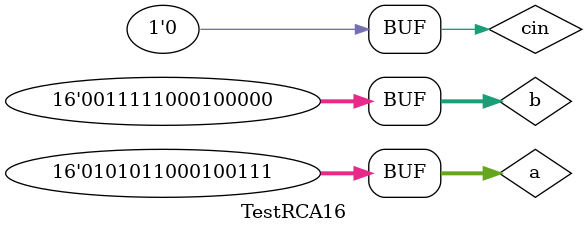
<source format=v>
/*------------------------------------------------------
    Assignment No. - 1
    Problem No. - 1)c)
    Semester No. - 5
    Group No. - 21
    Group Member1 - Pritkumar Godhani, 19CS10048
    Group Member2 - Debanjan Saha, 19CS30014 
-------------------------------------------------------*/
`timescale 1ns / 1ps
`include "rca16.v"

module TestRCA16();
    reg [15:0] a,b;
    reg cin;
    wire[15:0] sum;
    wire cout;

    RippleCarryAdder16 rca16(.A(a), .B(b), .cin(cin), .sum(sum), .cout(cout));

    initial begin
        $monitor("a = %b, b = %b, cin = %b, sum = %b, cout = %b", a, b, cin, sum, cout);
        #1 a = 16'b0000000111111111; b = 16'b0000000000000001; cin = 1'b0;
        #2 a = 16'b0000000000000001; b = 16'b0000000000000001; cin = 1'b0;
        #3 a = 16'b1111111111111111; b = 16'b0000000000000001; cin = 1'b0;
        #4 a = 16'b1111111111111111; b = 16'b0000000000000000; cin = 1'b1;
        #5 a = 16'b0000000100000001; b = 16'b0000000100000001; cin = 1'b0;
        #6 a = 16'b0101011000100111; b = 16'b0011111000100000; cin = 1'b0;
    end
endmodule
</source>
